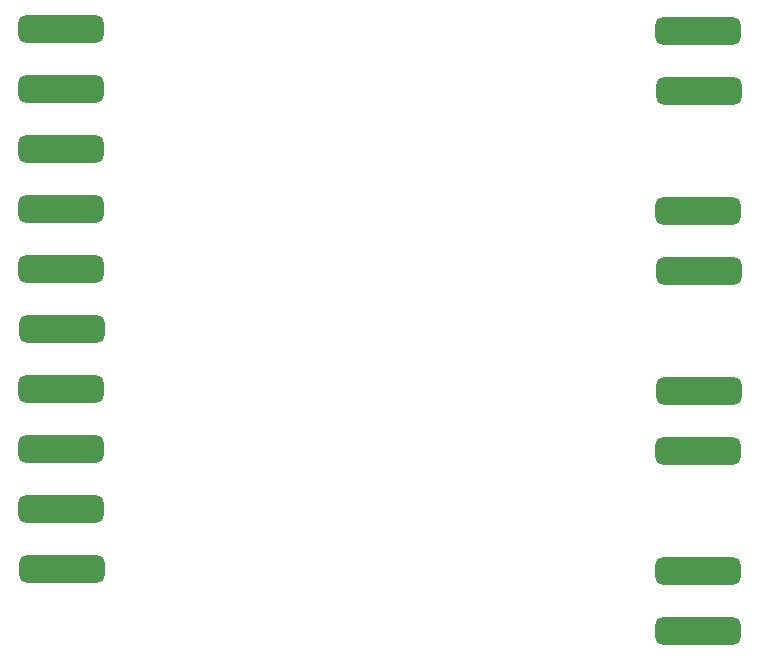
<source format=gbr>
%TF.GenerationSoftware,KiCad,Pcbnew,7.0.11*%
%TF.CreationDate,2024-11-09T10:58:47-05:00*%
%TF.ProjectId,14.1.4 - PMOS - PLC Connector Combined,31342e31-2e34-4202-9d20-504d4f53202d,rev?*%
%TF.SameCoordinates,Original*%
%TF.FileFunction,Paste,Bot*%
%TF.FilePolarity,Positive*%
%FSLAX46Y46*%
G04 Gerber Fmt 4.6, Leading zero omitted, Abs format (unit mm)*
G04 Created by KiCad (PCBNEW 7.0.11) date 2024-11-09 10:58:47*
%MOMM*%
%LPD*%
G01*
G04 APERTURE LIST*
G04 Aperture macros list*
%AMRoundRect*
0 Rectangle with rounded corners*
0 $1 Rounding radius*
0 $2 $3 $4 $5 $6 $7 $8 $9 X,Y pos of 4 corners*
0 Add a 4 corners polygon primitive as box body*
4,1,4,$2,$3,$4,$5,$6,$7,$8,$9,$2,$3,0*
0 Add four circle primitives for the rounded corners*
1,1,$1+$1,$2,$3*
1,1,$1+$1,$4,$5*
1,1,$1+$1,$6,$7*
1,1,$1+$1,$8,$9*
0 Add four rect primitives between the rounded corners*
20,1,$1+$1,$2,$3,$4,$5,0*
20,1,$1+$1,$4,$5,$6,$7,0*
20,1,$1+$1,$6,$7,$8,$9,0*
20,1,$1+$1,$8,$9,$2,$3,0*%
G04 Aperture macros list end*
%ADD10RoundRect,0.572500X3.045750X0.572500X-3.045750X0.572500X-3.045750X-0.572500X3.045750X-0.572500X0*%
G04 APERTURE END LIST*
D10*
%TO.C,J304*%
X128220000Y-72350000D03*
%TD*%
%TO.C,J212*%
X74258250Y-112817224D03*
%TD*%
%TO.C,J216*%
X74268250Y-92497224D03*
%TD*%
%TO.C,J213*%
X74268250Y-107737224D03*
%TD*%
%TO.C,J217*%
X74268250Y-87407224D03*
%TD*%
%TO.C,J308*%
X128220000Y-118070000D03*
%TD*%
%TO.C,J219*%
X74238250Y-77247224D03*
%TD*%
%TO.C,J211*%
X74340000Y-117907224D03*
%TD*%
%TO.C,J312*%
X128220000Y-87570000D03*
%TD*%
%TO.C,J316*%
X128230000Y-102800000D03*
%TD*%
%TO.C,J214*%
X74258250Y-102667224D03*
%TD*%
%TO.C,J305*%
X128230000Y-92650000D03*
%TD*%
%TO.C,J301*%
X128220000Y-123130000D03*
%TD*%
%TO.C,J215*%
X74320000Y-97580000D03*
%TD*%
%TO.C,J303*%
X128240000Y-77410000D03*
%TD*%
%TO.C,J313*%
X128220000Y-107900000D03*
%TD*%
%TO.C,J218*%
X74258250Y-82347224D03*
%TD*%
%TO.C,J220*%
X74238250Y-72187224D03*
%TD*%
M02*

</source>
